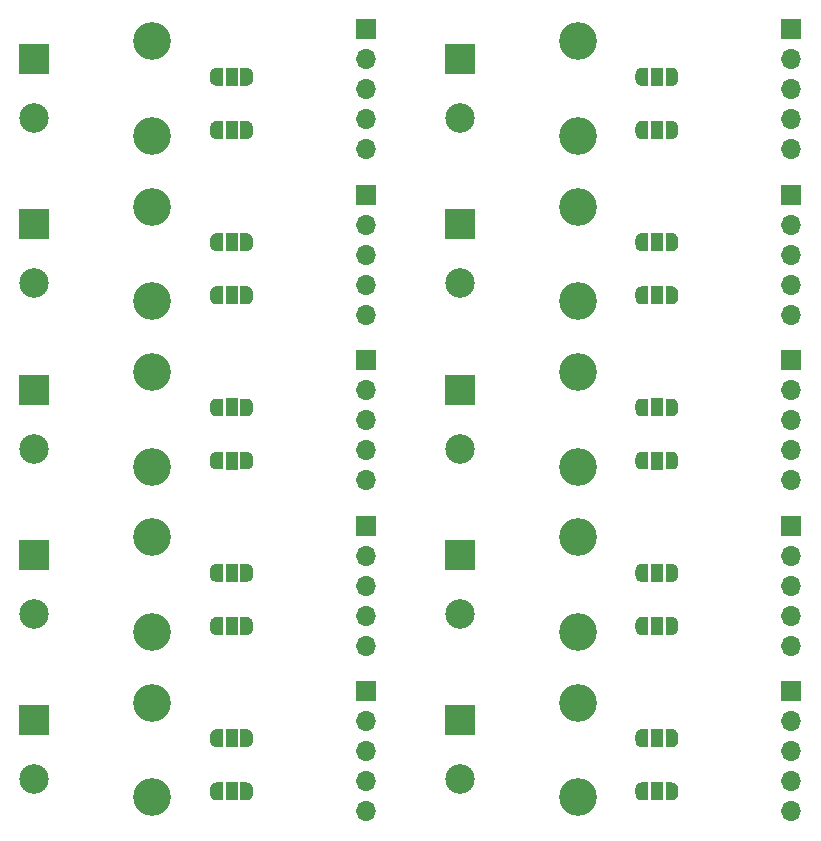
<source format=gbr>
%TF.GenerationSoftware,KiCad,Pcbnew,5.1.10*%
%TF.CreationDate,2021-11-07T07:50:52-05:00*%
%TF.ProjectId,CurrentSenseModule-RevB-10p,43757272-656e-4745-9365-6e73654d6f64,rev?*%
%TF.SameCoordinates,Original*%
%TF.FileFunction,Soldermask,Bot*%
%TF.FilePolarity,Negative*%
%FSLAX46Y46*%
G04 Gerber Fmt 4.6, Leading zero omitted, Abs format (unit mm)*
G04 Created by KiCad (PCBNEW 5.1.10) date 2021-11-07 07:50:52*
%MOMM*%
%LPD*%
G01*
G04 APERTURE LIST*
%ADD10C,3.200000*%
%ADD11C,0.100000*%
%ADD12R,1.000000X1.500000*%
%ADD13C,2.500000*%
%ADD14R,2.500000X2.500000*%
%ADD15O,1.700000X1.700000*%
%ADD16R,1.700000X1.700000*%
G04 APERTURE END LIST*
D10*
%TO.C,REF\u002A\u002A*%
X114750000Y-63250000D03*
%TD*%
%TO.C,REF\u002A\u002A*%
X114750000Y-71250000D03*
%TD*%
D11*
%TO.C,JP2*%
G36*
X122200000Y-70000000D02*
G01*
X122750000Y-70000000D01*
X122750000Y-70000602D01*
X122774534Y-70000602D01*
X122823365Y-70005412D01*
X122871490Y-70014984D01*
X122918445Y-70029228D01*
X122963778Y-70048005D01*
X123007051Y-70071136D01*
X123047850Y-70098396D01*
X123085779Y-70129524D01*
X123120476Y-70164221D01*
X123151604Y-70202150D01*
X123178864Y-70242949D01*
X123201995Y-70286222D01*
X123220772Y-70331555D01*
X123235016Y-70378510D01*
X123244588Y-70426635D01*
X123249398Y-70475466D01*
X123249398Y-70500000D01*
X123250000Y-70500000D01*
X123250000Y-71000000D01*
X123249398Y-71000000D01*
X123249398Y-71024534D01*
X123244588Y-71073365D01*
X123235016Y-71121490D01*
X123220772Y-71168445D01*
X123201995Y-71213778D01*
X123178864Y-71257051D01*
X123151604Y-71297850D01*
X123120476Y-71335779D01*
X123085779Y-71370476D01*
X123047850Y-71401604D01*
X123007051Y-71428864D01*
X122963778Y-71451995D01*
X122918445Y-71470772D01*
X122871490Y-71485016D01*
X122823365Y-71494588D01*
X122774534Y-71499398D01*
X122750000Y-71499398D01*
X122750000Y-71500000D01*
X122200000Y-71500000D01*
X122200000Y-70000000D01*
G37*
D12*
X121450000Y-70750000D03*
D11*
G36*
X120150000Y-71499398D02*
G01*
X120125466Y-71499398D01*
X120076635Y-71494588D01*
X120028510Y-71485016D01*
X119981555Y-71470772D01*
X119936222Y-71451995D01*
X119892949Y-71428864D01*
X119852150Y-71401604D01*
X119814221Y-71370476D01*
X119779524Y-71335779D01*
X119748396Y-71297850D01*
X119721136Y-71257051D01*
X119698005Y-71213778D01*
X119679228Y-71168445D01*
X119664984Y-71121490D01*
X119655412Y-71073365D01*
X119650602Y-71024534D01*
X119650602Y-71000000D01*
X119650000Y-71000000D01*
X119650000Y-70500000D01*
X119650602Y-70500000D01*
X119650602Y-70475466D01*
X119655412Y-70426635D01*
X119664984Y-70378510D01*
X119679228Y-70331555D01*
X119698005Y-70286222D01*
X119721136Y-70242949D01*
X119748396Y-70202150D01*
X119779524Y-70164221D01*
X119814221Y-70129524D01*
X119852150Y-70098396D01*
X119892949Y-70071136D01*
X119936222Y-70048005D01*
X119981555Y-70029228D01*
X120028510Y-70014984D01*
X120076635Y-70005412D01*
X120125466Y-70000602D01*
X120150000Y-70000602D01*
X120150000Y-70000000D01*
X120700000Y-70000000D01*
X120700000Y-71500000D01*
X120150000Y-71500000D01*
X120150000Y-71499398D01*
G37*
%TD*%
%TO.C,JP1*%
G36*
X122200000Y-65500000D02*
G01*
X122750000Y-65500000D01*
X122750000Y-65500602D01*
X122774534Y-65500602D01*
X122823365Y-65505412D01*
X122871490Y-65514984D01*
X122918445Y-65529228D01*
X122963778Y-65548005D01*
X123007051Y-65571136D01*
X123047850Y-65598396D01*
X123085779Y-65629524D01*
X123120476Y-65664221D01*
X123151604Y-65702150D01*
X123178864Y-65742949D01*
X123201995Y-65786222D01*
X123220772Y-65831555D01*
X123235016Y-65878510D01*
X123244588Y-65926635D01*
X123249398Y-65975466D01*
X123249398Y-66000000D01*
X123250000Y-66000000D01*
X123250000Y-66500000D01*
X123249398Y-66500000D01*
X123249398Y-66524534D01*
X123244588Y-66573365D01*
X123235016Y-66621490D01*
X123220772Y-66668445D01*
X123201995Y-66713778D01*
X123178864Y-66757051D01*
X123151604Y-66797850D01*
X123120476Y-66835779D01*
X123085779Y-66870476D01*
X123047850Y-66901604D01*
X123007051Y-66928864D01*
X122963778Y-66951995D01*
X122918445Y-66970772D01*
X122871490Y-66985016D01*
X122823365Y-66994588D01*
X122774534Y-66999398D01*
X122750000Y-66999398D01*
X122750000Y-67000000D01*
X122200000Y-67000000D01*
X122200000Y-65500000D01*
G37*
D12*
X121450000Y-66250000D03*
D11*
G36*
X120150000Y-66999398D02*
G01*
X120125466Y-66999398D01*
X120076635Y-66994588D01*
X120028510Y-66985016D01*
X119981555Y-66970772D01*
X119936222Y-66951995D01*
X119892949Y-66928864D01*
X119852150Y-66901604D01*
X119814221Y-66870476D01*
X119779524Y-66835779D01*
X119748396Y-66797850D01*
X119721136Y-66757051D01*
X119698005Y-66713778D01*
X119679228Y-66668445D01*
X119664984Y-66621490D01*
X119655412Y-66573365D01*
X119650602Y-66524534D01*
X119650602Y-66500000D01*
X119650000Y-66500000D01*
X119650000Y-66000000D01*
X119650602Y-66000000D01*
X119650602Y-65975466D01*
X119655412Y-65926635D01*
X119664984Y-65878510D01*
X119679228Y-65831555D01*
X119698005Y-65786222D01*
X119721136Y-65742949D01*
X119748396Y-65702150D01*
X119779524Y-65664221D01*
X119814221Y-65629524D01*
X119852150Y-65598396D01*
X119892949Y-65571136D01*
X119936222Y-65548005D01*
X119981555Y-65529228D01*
X120028510Y-65514984D01*
X120076635Y-65505412D01*
X120125466Y-65500602D01*
X120150000Y-65500602D01*
X120150000Y-65500000D01*
X120700000Y-65500000D01*
X120700000Y-67000000D01*
X120150000Y-67000000D01*
X120150000Y-66999398D01*
G37*
%TD*%
D13*
%TO.C,J2*%
X104750000Y-69750000D03*
D14*
X104750000Y-64750000D03*
%TD*%
D15*
%TO.C,J1*%
X132850000Y-72410000D03*
X132850000Y-69870000D03*
X132850000Y-67330000D03*
X132850000Y-64790000D03*
D16*
X132850000Y-62250000D03*
%TD*%
D10*
%TO.C,REF\u002A\u002A*%
X114750000Y-77250000D03*
%TD*%
%TO.C,REF\u002A\u002A*%
X114750000Y-85250000D03*
%TD*%
D11*
%TO.C,JP2*%
G36*
X122200000Y-84000000D02*
G01*
X122750000Y-84000000D01*
X122750000Y-84000602D01*
X122774534Y-84000602D01*
X122823365Y-84005412D01*
X122871490Y-84014984D01*
X122918445Y-84029228D01*
X122963778Y-84048005D01*
X123007051Y-84071136D01*
X123047850Y-84098396D01*
X123085779Y-84129524D01*
X123120476Y-84164221D01*
X123151604Y-84202150D01*
X123178864Y-84242949D01*
X123201995Y-84286222D01*
X123220772Y-84331555D01*
X123235016Y-84378510D01*
X123244588Y-84426635D01*
X123249398Y-84475466D01*
X123249398Y-84500000D01*
X123250000Y-84500000D01*
X123250000Y-85000000D01*
X123249398Y-85000000D01*
X123249398Y-85024534D01*
X123244588Y-85073365D01*
X123235016Y-85121490D01*
X123220772Y-85168445D01*
X123201995Y-85213778D01*
X123178864Y-85257051D01*
X123151604Y-85297850D01*
X123120476Y-85335779D01*
X123085779Y-85370476D01*
X123047850Y-85401604D01*
X123007051Y-85428864D01*
X122963778Y-85451995D01*
X122918445Y-85470772D01*
X122871490Y-85485016D01*
X122823365Y-85494588D01*
X122774534Y-85499398D01*
X122750000Y-85499398D01*
X122750000Y-85500000D01*
X122200000Y-85500000D01*
X122200000Y-84000000D01*
G37*
D12*
X121450000Y-84750000D03*
D11*
G36*
X120150000Y-85499398D02*
G01*
X120125466Y-85499398D01*
X120076635Y-85494588D01*
X120028510Y-85485016D01*
X119981555Y-85470772D01*
X119936222Y-85451995D01*
X119892949Y-85428864D01*
X119852150Y-85401604D01*
X119814221Y-85370476D01*
X119779524Y-85335779D01*
X119748396Y-85297850D01*
X119721136Y-85257051D01*
X119698005Y-85213778D01*
X119679228Y-85168445D01*
X119664984Y-85121490D01*
X119655412Y-85073365D01*
X119650602Y-85024534D01*
X119650602Y-85000000D01*
X119650000Y-85000000D01*
X119650000Y-84500000D01*
X119650602Y-84500000D01*
X119650602Y-84475466D01*
X119655412Y-84426635D01*
X119664984Y-84378510D01*
X119679228Y-84331555D01*
X119698005Y-84286222D01*
X119721136Y-84242949D01*
X119748396Y-84202150D01*
X119779524Y-84164221D01*
X119814221Y-84129524D01*
X119852150Y-84098396D01*
X119892949Y-84071136D01*
X119936222Y-84048005D01*
X119981555Y-84029228D01*
X120028510Y-84014984D01*
X120076635Y-84005412D01*
X120125466Y-84000602D01*
X120150000Y-84000602D01*
X120150000Y-84000000D01*
X120700000Y-84000000D01*
X120700000Y-85500000D01*
X120150000Y-85500000D01*
X120150000Y-85499398D01*
G37*
%TD*%
%TO.C,JP1*%
G36*
X122200000Y-79500000D02*
G01*
X122750000Y-79500000D01*
X122750000Y-79500602D01*
X122774534Y-79500602D01*
X122823365Y-79505412D01*
X122871490Y-79514984D01*
X122918445Y-79529228D01*
X122963778Y-79548005D01*
X123007051Y-79571136D01*
X123047850Y-79598396D01*
X123085779Y-79629524D01*
X123120476Y-79664221D01*
X123151604Y-79702150D01*
X123178864Y-79742949D01*
X123201995Y-79786222D01*
X123220772Y-79831555D01*
X123235016Y-79878510D01*
X123244588Y-79926635D01*
X123249398Y-79975466D01*
X123249398Y-80000000D01*
X123250000Y-80000000D01*
X123250000Y-80500000D01*
X123249398Y-80500000D01*
X123249398Y-80524534D01*
X123244588Y-80573365D01*
X123235016Y-80621490D01*
X123220772Y-80668445D01*
X123201995Y-80713778D01*
X123178864Y-80757051D01*
X123151604Y-80797850D01*
X123120476Y-80835779D01*
X123085779Y-80870476D01*
X123047850Y-80901604D01*
X123007051Y-80928864D01*
X122963778Y-80951995D01*
X122918445Y-80970772D01*
X122871490Y-80985016D01*
X122823365Y-80994588D01*
X122774534Y-80999398D01*
X122750000Y-80999398D01*
X122750000Y-81000000D01*
X122200000Y-81000000D01*
X122200000Y-79500000D01*
G37*
D12*
X121450000Y-80250000D03*
D11*
G36*
X120150000Y-80999398D02*
G01*
X120125466Y-80999398D01*
X120076635Y-80994588D01*
X120028510Y-80985016D01*
X119981555Y-80970772D01*
X119936222Y-80951995D01*
X119892949Y-80928864D01*
X119852150Y-80901604D01*
X119814221Y-80870476D01*
X119779524Y-80835779D01*
X119748396Y-80797850D01*
X119721136Y-80757051D01*
X119698005Y-80713778D01*
X119679228Y-80668445D01*
X119664984Y-80621490D01*
X119655412Y-80573365D01*
X119650602Y-80524534D01*
X119650602Y-80500000D01*
X119650000Y-80500000D01*
X119650000Y-80000000D01*
X119650602Y-80000000D01*
X119650602Y-79975466D01*
X119655412Y-79926635D01*
X119664984Y-79878510D01*
X119679228Y-79831555D01*
X119698005Y-79786222D01*
X119721136Y-79742949D01*
X119748396Y-79702150D01*
X119779524Y-79664221D01*
X119814221Y-79629524D01*
X119852150Y-79598396D01*
X119892949Y-79571136D01*
X119936222Y-79548005D01*
X119981555Y-79529228D01*
X120028510Y-79514984D01*
X120076635Y-79505412D01*
X120125466Y-79500602D01*
X120150000Y-79500602D01*
X120150000Y-79500000D01*
X120700000Y-79500000D01*
X120700000Y-81000000D01*
X120150000Y-81000000D01*
X120150000Y-80999398D01*
G37*
%TD*%
D13*
%TO.C,J2*%
X104750000Y-83750000D03*
D14*
X104750000Y-78750000D03*
%TD*%
D15*
%TO.C,J1*%
X132850000Y-86410000D03*
X132850000Y-83870000D03*
X132850000Y-81330000D03*
X132850000Y-78790000D03*
D16*
X132850000Y-76250000D03*
%TD*%
D10*
%TO.C,REF\u002A\u002A*%
X150750000Y-63250000D03*
%TD*%
%TO.C,REF\u002A\u002A*%
X150750000Y-71250000D03*
%TD*%
D11*
%TO.C,JP2*%
G36*
X158200000Y-70000000D02*
G01*
X158750000Y-70000000D01*
X158750000Y-70000602D01*
X158774534Y-70000602D01*
X158823365Y-70005412D01*
X158871490Y-70014984D01*
X158918445Y-70029228D01*
X158963778Y-70048005D01*
X159007051Y-70071136D01*
X159047850Y-70098396D01*
X159085779Y-70129524D01*
X159120476Y-70164221D01*
X159151604Y-70202150D01*
X159178864Y-70242949D01*
X159201995Y-70286222D01*
X159220772Y-70331555D01*
X159235016Y-70378510D01*
X159244588Y-70426635D01*
X159249398Y-70475466D01*
X159249398Y-70500000D01*
X159250000Y-70500000D01*
X159250000Y-71000000D01*
X159249398Y-71000000D01*
X159249398Y-71024534D01*
X159244588Y-71073365D01*
X159235016Y-71121490D01*
X159220772Y-71168445D01*
X159201995Y-71213778D01*
X159178864Y-71257051D01*
X159151604Y-71297850D01*
X159120476Y-71335779D01*
X159085779Y-71370476D01*
X159047850Y-71401604D01*
X159007051Y-71428864D01*
X158963778Y-71451995D01*
X158918445Y-71470772D01*
X158871490Y-71485016D01*
X158823365Y-71494588D01*
X158774534Y-71499398D01*
X158750000Y-71499398D01*
X158750000Y-71500000D01*
X158200000Y-71500000D01*
X158200000Y-70000000D01*
G37*
D12*
X157450000Y-70750000D03*
D11*
G36*
X156150000Y-71499398D02*
G01*
X156125466Y-71499398D01*
X156076635Y-71494588D01*
X156028510Y-71485016D01*
X155981555Y-71470772D01*
X155936222Y-71451995D01*
X155892949Y-71428864D01*
X155852150Y-71401604D01*
X155814221Y-71370476D01*
X155779524Y-71335779D01*
X155748396Y-71297850D01*
X155721136Y-71257051D01*
X155698005Y-71213778D01*
X155679228Y-71168445D01*
X155664984Y-71121490D01*
X155655412Y-71073365D01*
X155650602Y-71024534D01*
X155650602Y-71000000D01*
X155650000Y-71000000D01*
X155650000Y-70500000D01*
X155650602Y-70500000D01*
X155650602Y-70475466D01*
X155655412Y-70426635D01*
X155664984Y-70378510D01*
X155679228Y-70331555D01*
X155698005Y-70286222D01*
X155721136Y-70242949D01*
X155748396Y-70202150D01*
X155779524Y-70164221D01*
X155814221Y-70129524D01*
X155852150Y-70098396D01*
X155892949Y-70071136D01*
X155936222Y-70048005D01*
X155981555Y-70029228D01*
X156028510Y-70014984D01*
X156076635Y-70005412D01*
X156125466Y-70000602D01*
X156150000Y-70000602D01*
X156150000Y-70000000D01*
X156700000Y-70000000D01*
X156700000Y-71500000D01*
X156150000Y-71500000D01*
X156150000Y-71499398D01*
G37*
%TD*%
%TO.C,JP1*%
G36*
X158200000Y-65500000D02*
G01*
X158750000Y-65500000D01*
X158750000Y-65500602D01*
X158774534Y-65500602D01*
X158823365Y-65505412D01*
X158871490Y-65514984D01*
X158918445Y-65529228D01*
X158963778Y-65548005D01*
X159007051Y-65571136D01*
X159047850Y-65598396D01*
X159085779Y-65629524D01*
X159120476Y-65664221D01*
X159151604Y-65702150D01*
X159178864Y-65742949D01*
X159201995Y-65786222D01*
X159220772Y-65831555D01*
X159235016Y-65878510D01*
X159244588Y-65926635D01*
X159249398Y-65975466D01*
X159249398Y-66000000D01*
X159250000Y-66000000D01*
X159250000Y-66500000D01*
X159249398Y-66500000D01*
X159249398Y-66524534D01*
X159244588Y-66573365D01*
X159235016Y-66621490D01*
X159220772Y-66668445D01*
X159201995Y-66713778D01*
X159178864Y-66757051D01*
X159151604Y-66797850D01*
X159120476Y-66835779D01*
X159085779Y-66870476D01*
X159047850Y-66901604D01*
X159007051Y-66928864D01*
X158963778Y-66951995D01*
X158918445Y-66970772D01*
X158871490Y-66985016D01*
X158823365Y-66994588D01*
X158774534Y-66999398D01*
X158750000Y-66999398D01*
X158750000Y-67000000D01*
X158200000Y-67000000D01*
X158200000Y-65500000D01*
G37*
D12*
X157450000Y-66250000D03*
D11*
G36*
X156150000Y-66999398D02*
G01*
X156125466Y-66999398D01*
X156076635Y-66994588D01*
X156028510Y-66985016D01*
X155981555Y-66970772D01*
X155936222Y-66951995D01*
X155892949Y-66928864D01*
X155852150Y-66901604D01*
X155814221Y-66870476D01*
X155779524Y-66835779D01*
X155748396Y-66797850D01*
X155721136Y-66757051D01*
X155698005Y-66713778D01*
X155679228Y-66668445D01*
X155664984Y-66621490D01*
X155655412Y-66573365D01*
X155650602Y-66524534D01*
X155650602Y-66500000D01*
X155650000Y-66500000D01*
X155650000Y-66000000D01*
X155650602Y-66000000D01*
X155650602Y-65975466D01*
X155655412Y-65926635D01*
X155664984Y-65878510D01*
X155679228Y-65831555D01*
X155698005Y-65786222D01*
X155721136Y-65742949D01*
X155748396Y-65702150D01*
X155779524Y-65664221D01*
X155814221Y-65629524D01*
X155852150Y-65598396D01*
X155892949Y-65571136D01*
X155936222Y-65548005D01*
X155981555Y-65529228D01*
X156028510Y-65514984D01*
X156076635Y-65505412D01*
X156125466Y-65500602D01*
X156150000Y-65500602D01*
X156150000Y-65500000D01*
X156700000Y-65500000D01*
X156700000Y-67000000D01*
X156150000Y-67000000D01*
X156150000Y-66999398D01*
G37*
%TD*%
D13*
%TO.C,J2*%
X140750000Y-69750000D03*
D14*
X140750000Y-64750000D03*
%TD*%
D15*
%TO.C,J1*%
X168850000Y-72410000D03*
X168850000Y-69870000D03*
X168850000Y-67330000D03*
X168850000Y-64790000D03*
D16*
X168850000Y-62250000D03*
%TD*%
D10*
%TO.C,REF\u002A\u002A*%
X150750000Y-77250000D03*
%TD*%
%TO.C,REF\u002A\u002A*%
X150750000Y-85250000D03*
%TD*%
D11*
%TO.C,JP2*%
G36*
X158200000Y-84000000D02*
G01*
X158750000Y-84000000D01*
X158750000Y-84000602D01*
X158774534Y-84000602D01*
X158823365Y-84005412D01*
X158871490Y-84014984D01*
X158918445Y-84029228D01*
X158963778Y-84048005D01*
X159007051Y-84071136D01*
X159047850Y-84098396D01*
X159085779Y-84129524D01*
X159120476Y-84164221D01*
X159151604Y-84202150D01*
X159178864Y-84242949D01*
X159201995Y-84286222D01*
X159220772Y-84331555D01*
X159235016Y-84378510D01*
X159244588Y-84426635D01*
X159249398Y-84475466D01*
X159249398Y-84500000D01*
X159250000Y-84500000D01*
X159250000Y-85000000D01*
X159249398Y-85000000D01*
X159249398Y-85024534D01*
X159244588Y-85073365D01*
X159235016Y-85121490D01*
X159220772Y-85168445D01*
X159201995Y-85213778D01*
X159178864Y-85257051D01*
X159151604Y-85297850D01*
X159120476Y-85335779D01*
X159085779Y-85370476D01*
X159047850Y-85401604D01*
X159007051Y-85428864D01*
X158963778Y-85451995D01*
X158918445Y-85470772D01*
X158871490Y-85485016D01*
X158823365Y-85494588D01*
X158774534Y-85499398D01*
X158750000Y-85499398D01*
X158750000Y-85500000D01*
X158200000Y-85500000D01*
X158200000Y-84000000D01*
G37*
D12*
X157450000Y-84750000D03*
D11*
G36*
X156150000Y-85499398D02*
G01*
X156125466Y-85499398D01*
X156076635Y-85494588D01*
X156028510Y-85485016D01*
X155981555Y-85470772D01*
X155936222Y-85451995D01*
X155892949Y-85428864D01*
X155852150Y-85401604D01*
X155814221Y-85370476D01*
X155779524Y-85335779D01*
X155748396Y-85297850D01*
X155721136Y-85257051D01*
X155698005Y-85213778D01*
X155679228Y-85168445D01*
X155664984Y-85121490D01*
X155655412Y-85073365D01*
X155650602Y-85024534D01*
X155650602Y-85000000D01*
X155650000Y-85000000D01*
X155650000Y-84500000D01*
X155650602Y-84500000D01*
X155650602Y-84475466D01*
X155655412Y-84426635D01*
X155664984Y-84378510D01*
X155679228Y-84331555D01*
X155698005Y-84286222D01*
X155721136Y-84242949D01*
X155748396Y-84202150D01*
X155779524Y-84164221D01*
X155814221Y-84129524D01*
X155852150Y-84098396D01*
X155892949Y-84071136D01*
X155936222Y-84048005D01*
X155981555Y-84029228D01*
X156028510Y-84014984D01*
X156076635Y-84005412D01*
X156125466Y-84000602D01*
X156150000Y-84000602D01*
X156150000Y-84000000D01*
X156700000Y-84000000D01*
X156700000Y-85500000D01*
X156150000Y-85500000D01*
X156150000Y-85499398D01*
G37*
%TD*%
%TO.C,JP1*%
G36*
X158200000Y-79500000D02*
G01*
X158750000Y-79500000D01*
X158750000Y-79500602D01*
X158774534Y-79500602D01*
X158823365Y-79505412D01*
X158871490Y-79514984D01*
X158918445Y-79529228D01*
X158963778Y-79548005D01*
X159007051Y-79571136D01*
X159047850Y-79598396D01*
X159085779Y-79629524D01*
X159120476Y-79664221D01*
X159151604Y-79702150D01*
X159178864Y-79742949D01*
X159201995Y-79786222D01*
X159220772Y-79831555D01*
X159235016Y-79878510D01*
X159244588Y-79926635D01*
X159249398Y-79975466D01*
X159249398Y-80000000D01*
X159250000Y-80000000D01*
X159250000Y-80500000D01*
X159249398Y-80500000D01*
X159249398Y-80524534D01*
X159244588Y-80573365D01*
X159235016Y-80621490D01*
X159220772Y-80668445D01*
X159201995Y-80713778D01*
X159178864Y-80757051D01*
X159151604Y-80797850D01*
X159120476Y-80835779D01*
X159085779Y-80870476D01*
X159047850Y-80901604D01*
X159007051Y-80928864D01*
X158963778Y-80951995D01*
X158918445Y-80970772D01*
X158871490Y-80985016D01*
X158823365Y-80994588D01*
X158774534Y-80999398D01*
X158750000Y-80999398D01*
X158750000Y-81000000D01*
X158200000Y-81000000D01*
X158200000Y-79500000D01*
G37*
D12*
X157450000Y-80250000D03*
D11*
G36*
X156150000Y-80999398D02*
G01*
X156125466Y-80999398D01*
X156076635Y-80994588D01*
X156028510Y-80985016D01*
X155981555Y-80970772D01*
X155936222Y-80951995D01*
X155892949Y-80928864D01*
X155852150Y-80901604D01*
X155814221Y-80870476D01*
X155779524Y-80835779D01*
X155748396Y-80797850D01*
X155721136Y-80757051D01*
X155698005Y-80713778D01*
X155679228Y-80668445D01*
X155664984Y-80621490D01*
X155655412Y-80573365D01*
X155650602Y-80524534D01*
X155650602Y-80500000D01*
X155650000Y-80500000D01*
X155650000Y-80000000D01*
X155650602Y-80000000D01*
X155650602Y-79975466D01*
X155655412Y-79926635D01*
X155664984Y-79878510D01*
X155679228Y-79831555D01*
X155698005Y-79786222D01*
X155721136Y-79742949D01*
X155748396Y-79702150D01*
X155779524Y-79664221D01*
X155814221Y-79629524D01*
X155852150Y-79598396D01*
X155892949Y-79571136D01*
X155936222Y-79548005D01*
X155981555Y-79529228D01*
X156028510Y-79514984D01*
X156076635Y-79505412D01*
X156125466Y-79500602D01*
X156150000Y-79500602D01*
X156150000Y-79500000D01*
X156700000Y-79500000D01*
X156700000Y-81000000D01*
X156150000Y-81000000D01*
X156150000Y-80999398D01*
G37*
%TD*%
D13*
%TO.C,J2*%
X140750000Y-83750000D03*
D14*
X140750000Y-78750000D03*
%TD*%
D15*
%TO.C,J1*%
X168850000Y-86410000D03*
X168850000Y-83870000D03*
X168850000Y-81330000D03*
X168850000Y-78790000D03*
D16*
X168850000Y-76250000D03*
%TD*%
D10*
%TO.C,REF\u002A\u002A*%
X114750000Y-91250000D03*
%TD*%
%TO.C,REF\u002A\u002A*%
X114750000Y-99250000D03*
%TD*%
D11*
%TO.C,JP2*%
G36*
X122200000Y-98000000D02*
G01*
X122750000Y-98000000D01*
X122750000Y-98000602D01*
X122774534Y-98000602D01*
X122823365Y-98005412D01*
X122871490Y-98014984D01*
X122918445Y-98029228D01*
X122963778Y-98048005D01*
X123007051Y-98071136D01*
X123047850Y-98098396D01*
X123085779Y-98129524D01*
X123120476Y-98164221D01*
X123151604Y-98202150D01*
X123178864Y-98242949D01*
X123201995Y-98286222D01*
X123220772Y-98331555D01*
X123235016Y-98378510D01*
X123244588Y-98426635D01*
X123249398Y-98475466D01*
X123249398Y-98500000D01*
X123250000Y-98500000D01*
X123250000Y-99000000D01*
X123249398Y-99000000D01*
X123249398Y-99024534D01*
X123244588Y-99073365D01*
X123235016Y-99121490D01*
X123220772Y-99168445D01*
X123201995Y-99213778D01*
X123178864Y-99257051D01*
X123151604Y-99297850D01*
X123120476Y-99335779D01*
X123085779Y-99370476D01*
X123047850Y-99401604D01*
X123007051Y-99428864D01*
X122963778Y-99451995D01*
X122918445Y-99470772D01*
X122871490Y-99485016D01*
X122823365Y-99494588D01*
X122774534Y-99499398D01*
X122750000Y-99499398D01*
X122750000Y-99500000D01*
X122200000Y-99500000D01*
X122200000Y-98000000D01*
G37*
D12*
X121450000Y-98750000D03*
D11*
G36*
X120150000Y-99499398D02*
G01*
X120125466Y-99499398D01*
X120076635Y-99494588D01*
X120028510Y-99485016D01*
X119981555Y-99470772D01*
X119936222Y-99451995D01*
X119892949Y-99428864D01*
X119852150Y-99401604D01*
X119814221Y-99370476D01*
X119779524Y-99335779D01*
X119748396Y-99297850D01*
X119721136Y-99257051D01*
X119698005Y-99213778D01*
X119679228Y-99168445D01*
X119664984Y-99121490D01*
X119655412Y-99073365D01*
X119650602Y-99024534D01*
X119650602Y-99000000D01*
X119650000Y-99000000D01*
X119650000Y-98500000D01*
X119650602Y-98500000D01*
X119650602Y-98475466D01*
X119655412Y-98426635D01*
X119664984Y-98378510D01*
X119679228Y-98331555D01*
X119698005Y-98286222D01*
X119721136Y-98242949D01*
X119748396Y-98202150D01*
X119779524Y-98164221D01*
X119814221Y-98129524D01*
X119852150Y-98098396D01*
X119892949Y-98071136D01*
X119936222Y-98048005D01*
X119981555Y-98029228D01*
X120028510Y-98014984D01*
X120076635Y-98005412D01*
X120125466Y-98000602D01*
X120150000Y-98000602D01*
X120150000Y-98000000D01*
X120700000Y-98000000D01*
X120700000Y-99500000D01*
X120150000Y-99500000D01*
X120150000Y-99499398D01*
G37*
%TD*%
%TO.C,JP1*%
G36*
X122200000Y-93500000D02*
G01*
X122750000Y-93500000D01*
X122750000Y-93500602D01*
X122774534Y-93500602D01*
X122823365Y-93505412D01*
X122871490Y-93514984D01*
X122918445Y-93529228D01*
X122963778Y-93548005D01*
X123007051Y-93571136D01*
X123047850Y-93598396D01*
X123085779Y-93629524D01*
X123120476Y-93664221D01*
X123151604Y-93702150D01*
X123178864Y-93742949D01*
X123201995Y-93786222D01*
X123220772Y-93831555D01*
X123235016Y-93878510D01*
X123244588Y-93926635D01*
X123249398Y-93975466D01*
X123249398Y-94000000D01*
X123250000Y-94000000D01*
X123250000Y-94500000D01*
X123249398Y-94500000D01*
X123249398Y-94524534D01*
X123244588Y-94573365D01*
X123235016Y-94621490D01*
X123220772Y-94668445D01*
X123201995Y-94713778D01*
X123178864Y-94757051D01*
X123151604Y-94797850D01*
X123120476Y-94835779D01*
X123085779Y-94870476D01*
X123047850Y-94901604D01*
X123007051Y-94928864D01*
X122963778Y-94951995D01*
X122918445Y-94970772D01*
X122871490Y-94985016D01*
X122823365Y-94994588D01*
X122774534Y-94999398D01*
X122750000Y-94999398D01*
X122750000Y-95000000D01*
X122200000Y-95000000D01*
X122200000Y-93500000D01*
G37*
D12*
X121450000Y-94250000D03*
D11*
G36*
X120150000Y-94999398D02*
G01*
X120125466Y-94999398D01*
X120076635Y-94994588D01*
X120028510Y-94985016D01*
X119981555Y-94970772D01*
X119936222Y-94951995D01*
X119892949Y-94928864D01*
X119852150Y-94901604D01*
X119814221Y-94870476D01*
X119779524Y-94835779D01*
X119748396Y-94797850D01*
X119721136Y-94757051D01*
X119698005Y-94713778D01*
X119679228Y-94668445D01*
X119664984Y-94621490D01*
X119655412Y-94573365D01*
X119650602Y-94524534D01*
X119650602Y-94500000D01*
X119650000Y-94500000D01*
X119650000Y-94000000D01*
X119650602Y-94000000D01*
X119650602Y-93975466D01*
X119655412Y-93926635D01*
X119664984Y-93878510D01*
X119679228Y-93831555D01*
X119698005Y-93786222D01*
X119721136Y-93742949D01*
X119748396Y-93702150D01*
X119779524Y-93664221D01*
X119814221Y-93629524D01*
X119852150Y-93598396D01*
X119892949Y-93571136D01*
X119936222Y-93548005D01*
X119981555Y-93529228D01*
X120028510Y-93514984D01*
X120076635Y-93505412D01*
X120125466Y-93500602D01*
X120150000Y-93500602D01*
X120150000Y-93500000D01*
X120700000Y-93500000D01*
X120700000Y-95000000D01*
X120150000Y-95000000D01*
X120150000Y-94999398D01*
G37*
%TD*%
D13*
%TO.C,J2*%
X104750000Y-97750000D03*
D14*
X104750000Y-92750000D03*
%TD*%
D15*
%TO.C,J1*%
X132850000Y-100410000D03*
X132850000Y-97870000D03*
X132850000Y-95330000D03*
X132850000Y-92790000D03*
D16*
X132850000Y-90250000D03*
%TD*%
D10*
%TO.C,REF\u002A\u002A*%
X150750000Y-91250000D03*
%TD*%
%TO.C,REF\u002A\u002A*%
X150750000Y-99250000D03*
%TD*%
D11*
%TO.C,JP2*%
G36*
X158200000Y-98000000D02*
G01*
X158750000Y-98000000D01*
X158750000Y-98000602D01*
X158774534Y-98000602D01*
X158823365Y-98005412D01*
X158871490Y-98014984D01*
X158918445Y-98029228D01*
X158963778Y-98048005D01*
X159007051Y-98071136D01*
X159047850Y-98098396D01*
X159085779Y-98129524D01*
X159120476Y-98164221D01*
X159151604Y-98202150D01*
X159178864Y-98242949D01*
X159201995Y-98286222D01*
X159220772Y-98331555D01*
X159235016Y-98378510D01*
X159244588Y-98426635D01*
X159249398Y-98475466D01*
X159249398Y-98500000D01*
X159250000Y-98500000D01*
X159250000Y-99000000D01*
X159249398Y-99000000D01*
X159249398Y-99024534D01*
X159244588Y-99073365D01*
X159235016Y-99121490D01*
X159220772Y-99168445D01*
X159201995Y-99213778D01*
X159178864Y-99257051D01*
X159151604Y-99297850D01*
X159120476Y-99335779D01*
X159085779Y-99370476D01*
X159047850Y-99401604D01*
X159007051Y-99428864D01*
X158963778Y-99451995D01*
X158918445Y-99470772D01*
X158871490Y-99485016D01*
X158823365Y-99494588D01*
X158774534Y-99499398D01*
X158750000Y-99499398D01*
X158750000Y-99500000D01*
X158200000Y-99500000D01*
X158200000Y-98000000D01*
G37*
D12*
X157450000Y-98750000D03*
D11*
G36*
X156150000Y-99499398D02*
G01*
X156125466Y-99499398D01*
X156076635Y-99494588D01*
X156028510Y-99485016D01*
X155981555Y-99470772D01*
X155936222Y-99451995D01*
X155892949Y-99428864D01*
X155852150Y-99401604D01*
X155814221Y-99370476D01*
X155779524Y-99335779D01*
X155748396Y-99297850D01*
X155721136Y-99257051D01*
X155698005Y-99213778D01*
X155679228Y-99168445D01*
X155664984Y-99121490D01*
X155655412Y-99073365D01*
X155650602Y-99024534D01*
X155650602Y-99000000D01*
X155650000Y-99000000D01*
X155650000Y-98500000D01*
X155650602Y-98500000D01*
X155650602Y-98475466D01*
X155655412Y-98426635D01*
X155664984Y-98378510D01*
X155679228Y-98331555D01*
X155698005Y-98286222D01*
X155721136Y-98242949D01*
X155748396Y-98202150D01*
X155779524Y-98164221D01*
X155814221Y-98129524D01*
X155852150Y-98098396D01*
X155892949Y-98071136D01*
X155936222Y-98048005D01*
X155981555Y-98029228D01*
X156028510Y-98014984D01*
X156076635Y-98005412D01*
X156125466Y-98000602D01*
X156150000Y-98000602D01*
X156150000Y-98000000D01*
X156700000Y-98000000D01*
X156700000Y-99500000D01*
X156150000Y-99500000D01*
X156150000Y-99499398D01*
G37*
%TD*%
%TO.C,JP1*%
G36*
X158200000Y-93500000D02*
G01*
X158750000Y-93500000D01*
X158750000Y-93500602D01*
X158774534Y-93500602D01*
X158823365Y-93505412D01*
X158871490Y-93514984D01*
X158918445Y-93529228D01*
X158963778Y-93548005D01*
X159007051Y-93571136D01*
X159047850Y-93598396D01*
X159085779Y-93629524D01*
X159120476Y-93664221D01*
X159151604Y-93702150D01*
X159178864Y-93742949D01*
X159201995Y-93786222D01*
X159220772Y-93831555D01*
X159235016Y-93878510D01*
X159244588Y-93926635D01*
X159249398Y-93975466D01*
X159249398Y-94000000D01*
X159250000Y-94000000D01*
X159250000Y-94500000D01*
X159249398Y-94500000D01*
X159249398Y-94524534D01*
X159244588Y-94573365D01*
X159235016Y-94621490D01*
X159220772Y-94668445D01*
X159201995Y-94713778D01*
X159178864Y-94757051D01*
X159151604Y-94797850D01*
X159120476Y-94835779D01*
X159085779Y-94870476D01*
X159047850Y-94901604D01*
X159007051Y-94928864D01*
X158963778Y-94951995D01*
X158918445Y-94970772D01*
X158871490Y-94985016D01*
X158823365Y-94994588D01*
X158774534Y-94999398D01*
X158750000Y-94999398D01*
X158750000Y-95000000D01*
X158200000Y-95000000D01*
X158200000Y-93500000D01*
G37*
D12*
X157450000Y-94250000D03*
D11*
G36*
X156150000Y-94999398D02*
G01*
X156125466Y-94999398D01*
X156076635Y-94994588D01*
X156028510Y-94985016D01*
X155981555Y-94970772D01*
X155936222Y-94951995D01*
X155892949Y-94928864D01*
X155852150Y-94901604D01*
X155814221Y-94870476D01*
X155779524Y-94835779D01*
X155748396Y-94797850D01*
X155721136Y-94757051D01*
X155698005Y-94713778D01*
X155679228Y-94668445D01*
X155664984Y-94621490D01*
X155655412Y-94573365D01*
X155650602Y-94524534D01*
X155650602Y-94500000D01*
X155650000Y-94500000D01*
X155650000Y-94000000D01*
X155650602Y-94000000D01*
X155650602Y-93975466D01*
X155655412Y-93926635D01*
X155664984Y-93878510D01*
X155679228Y-93831555D01*
X155698005Y-93786222D01*
X155721136Y-93742949D01*
X155748396Y-93702150D01*
X155779524Y-93664221D01*
X155814221Y-93629524D01*
X155852150Y-93598396D01*
X155892949Y-93571136D01*
X155936222Y-93548005D01*
X155981555Y-93529228D01*
X156028510Y-93514984D01*
X156076635Y-93505412D01*
X156125466Y-93500602D01*
X156150000Y-93500602D01*
X156150000Y-93500000D01*
X156700000Y-93500000D01*
X156700000Y-95000000D01*
X156150000Y-95000000D01*
X156150000Y-94999398D01*
G37*
%TD*%
D13*
%TO.C,J2*%
X140750000Y-97750000D03*
D14*
X140750000Y-92750000D03*
%TD*%
D15*
%TO.C,J1*%
X168850000Y-100410000D03*
X168850000Y-97870000D03*
X168850000Y-95330000D03*
X168850000Y-92790000D03*
D16*
X168850000Y-90250000D03*
%TD*%
D10*
%TO.C,REF\u002A\u002A*%
X114750000Y-105250000D03*
%TD*%
%TO.C,REF\u002A\u002A*%
X114750000Y-113250000D03*
%TD*%
D11*
%TO.C,JP2*%
G36*
X122200000Y-112000000D02*
G01*
X122750000Y-112000000D01*
X122750000Y-112000602D01*
X122774534Y-112000602D01*
X122823365Y-112005412D01*
X122871490Y-112014984D01*
X122918445Y-112029228D01*
X122963778Y-112048005D01*
X123007051Y-112071136D01*
X123047850Y-112098396D01*
X123085779Y-112129524D01*
X123120476Y-112164221D01*
X123151604Y-112202150D01*
X123178864Y-112242949D01*
X123201995Y-112286222D01*
X123220772Y-112331555D01*
X123235016Y-112378510D01*
X123244588Y-112426635D01*
X123249398Y-112475466D01*
X123249398Y-112500000D01*
X123250000Y-112500000D01*
X123250000Y-113000000D01*
X123249398Y-113000000D01*
X123249398Y-113024534D01*
X123244588Y-113073365D01*
X123235016Y-113121490D01*
X123220772Y-113168445D01*
X123201995Y-113213778D01*
X123178864Y-113257051D01*
X123151604Y-113297850D01*
X123120476Y-113335779D01*
X123085779Y-113370476D01*
X123047850Y-113401604D01*
X123007051Y-113428864D01*
X122963778Y-113451995D01*
X122918445Y-113470772D01*
X122871490Y-113485016D01*
X122823365Y-113494588D01*
X122774534Y-113499398D01*
X122750000Y-113499398D01*
X122750000Y-113500000D01*
X122200000Y-113500000D01*
X122200000Y-112000000D01*
G37*
D12*
X121450000Y-112750000D03*
D11*
G36*
X120150000Y-113499398D02*
G01*
X120125466Y-113499398D01*
X120076635Y-113494588D01*
X120028510Y-113485016D01*
X119981555Y-113470772D01*
X119936222Y-113451995D01*
X119892949Y-113428864D01*
X119852150Y-113401604D01*
X119814221Y-113370476D01*
X119779524Y-113335779D01*
X119748396Y-113297850D01*
X119721136Y-113257051D01*
X119698005Y-113213778D01*
X119679228Y-113168445D01*
X119664984Y-113121490D01*
X119655412Y-113073365D01*
X119650602Y-113024534D01*
X119650602Y-113000000D01*
X119650000Y-113000000D01*
X119650000Y-112500000D01*
X119650602Y-112500000D01*
X119650602Y-112475466D01*
X119655412Y-112426635D01*
X119664984Y-112378510D01*
X119679228Y-112331555D01*
X119698005Y-112286222D01*
X119721136Y-112242949D01*
X119748396Y-112202150D01*
X119779524Y-112164221D01*
X119814221Y-112129524D01*
X119852150Y-112098396D01*
X119892949Y-112071136D01*
X119936222Y-112048005D01*
X119981555Y-112029228D01*
X120028510Y-112014984D01*
X120076635Y-112005412D01*
X120125466Y-112000602D01*
X120150000Y-112000602D01*
X120150000Y-112000000D01*
X120700000Y-112000000D01*
X120700000Y-113500000D01*
X120150000Y-113500000D01*
X120150000Y-113499398D01*
G37*
%TD*%
%TO.C,JP1*%
G36*
X122200000Y-107500000D02*
G01*
X122750000Y-107500000D01*
X122750000Y-107500602D01*
X122774534Y-107500602D01*
X122823365Y-107505412D01*
X122871490Y-107514984D01*
X122918445Y-107529228D01*
X122963778Y-107548005D01*
X123007051Y-107571136D01*
X123047850Y-107598396D01*
X123085779Y-107629524D01*
X123120476Y-107664221D01*
X123151604Y-107702150D01*
X123178864Y-107742949D01*
X123201995Y-107786222D01*
X123220772Y-107831555D01*
X123235016Y-107878510D01*
X123244588Y-107926635D01*
X123249398Y-107975466D01*
X123249398Y-108000000D01*
X123250000Y-108000000D01*
X123250000Y-108500000D01*
X123249398Y-108500000D01*
X123249398Y-108524534D01*
X123244588Y-108573365D01*
X123235016Y-108621490D01*
X123220772Y-108668445D01*
X123201995Y-108713778D01*
X123178864Y-108757051D01*
X123151604Y-108797850D01*
X123120476Y-108835779D01*
X123085779Y-108870476D01*
X123047850Y-108901604D01*
X123007051Y-108928864D01*
X122963778Y-108951995D01*
X122918445Y-108970772D01*
X122871490Y-108985016D01*
X122823365Y-108994588D01*
X122774534Y-108999398D01*
X122750000Y-108999398D01*
X122750000Y-109000000D01*
X122200000Y-109000000D01*
X122200000Y-107500000D01*
G37*
D12*
X121450000Y-108250000D03*
D11*
G36*
X120150000Y-108999398D02*
G01*
X120125466Y-108999398D01*
X120076635Y-108994588D01*
X120028510Y-108985016D01*
X119981555Y-108970772D01*
X119936222Y-108951995D01*
X119892949Y-108928864D01*
X119852150Y-108901604D01*
X119814221Y-108870476D01*
X119779524Y-108835779D01*
X119748396Y-108797850D01*
X119721136Y-108757051D01*
X119698005Y-108713778D01*
X119679228Y-108668445D01*
X119664984Y-108621490D01*
X119655412Y-108573365D01*
X119650602Y-108524534D01*
X119650602Y-108500000D01*
X119650000Y-108500000D01*
X119650000Y-108000000D01*
X119650602Y-108000000D01*
X119650602Y-107975466D01*
X119655412Y-107926635D01*
X119664984Y-107878510D01*
X119679228Y-107831555D01*
X119698005Y-107786222D01*
X119721136Y-107742949D01*
X119748396Y-107702150D01*
X119779524Y-107664221D01*
X119814221Y-107629524D01*
X119852150Y-107598396D01*
X119892949Y-107571136D01*
X119936222Y-107548005D01*
X119981555Y-107529228D01*
X120028510Y-107514984D01*
X120076635Y-107505412D01*
X120125466Y-107500602D01*
X120150000Y-107500602D01*
X120150000Y-107500000D01*
X120700000Y-107500000D01*
X120700000Y-109000000D01*
X120150000Y-109000000D01*
X120150000Y-108999398D01*
G37*
%TD*%
D13*
%TO.C,J2*%
X104750000Y-111750000D03*
D14*
X104750000Y-106750000D03*
%TD*%
D15*
%TO.C,J1*%
X132850000Y-114410000D03*
X132850000Y-111870000D03*
X132850000Y-109330000D03*
X132850000Y-106790000D03*
D16*
X132850000Y-104250000D03*
%TD*%
D10*
%TO.C,REF\u002A\u002A*%
X150750000Y-105250000D03*
%TD*%
%TO.C,REF\u002A\u002A*%
X150750000Y-113250000D03*
%TD*%
D11*
%TO.C,JP2*%
G36*
X158200000Y-112000000D02*
G01*
X158750000Y-112000000D01*
X158750000Y-112000602D01*
X158774534Y-112000602D01*
X158823365Y-112005412D01*
X158871490Y-112014984D01*
X158918445Y-112029228D01*
X158963778Y-112048005D01*
X159007051Y-112071136D01*
X159047850Y-112098396D01*
X159085779Y-112129524D01*
X159120476Y-112164221D01*
X159151604Y-112202150D01*
X159178864Y-112242949D01*
X159201995Y-112286222D01*
X159220772Y-112331555D01*
X159235016Y-112378510D01*
X159244588Y-112426635D01*
X159249398Y-112475466D01*
X159249398Y-112500000D01*
X159250000Y-112500000D01*
X159250000Y-113000000D01*
X159249398Y-113000000D01*
X159249398Y-113024534D01*
X159244588Y-113073365D01*
X159235016Y-113121490D01*
X159220772Y-113168445D01*
X159201995Y-113213778D01*
X159178864Y-113257051D01*
X159151604Y-113297850D01*
X159120476Y-113335779D01*
X159085779Y-113370476D01*
X159047850Y-113401604D01*
X159007051Y-113428864D01*
X158963778Y-113451995D01*
X158918445Y-113470772D01*
X158871490Y-113485016D01*
X158823365Y-113494588D01*
X158774534Y-113499398D01*
X158750000Y-113499398D01*
X158750000Y-113500000D01*
X158200000Y-113500000D01*
X158200000Y-112000000D01*
G37*
D12*
X157450000Y-112750000D03*
D11*
G36*
X156150000Y-113499398D02*
G01*
X156125466Y-113499398D01*
X156076635Y-113494588D01*
X156028510Y-113485016D01*
X155981555Y-113470772D01*
X155936222Y-113451995D01*
X155892949Y-113428864D01*
X155852150Y-113401604D01*
X155814221Y-113370476D01*
X155779524Y-113335779D01*
X155748396Y-113297850D01*
X155721136Y-113257051D01*
X155698005Y-113213778D01*
X155679228Y-113168445D01*
X155664984Y-113121490D01*
X155655412Y-113073365D01*
X155650602Y-113024534D01*
X155650602Y-113000000D01*
X155650000Y-113000000D01*
X155650000Y-112500000D01*
X155650602Y-112500000D01*
X155650602Y-112475466D01*
X155655412Y-112426635D01*
X155664984Y-112378510D01*
X155679228Y-112331555D01*
X155698005Y-112286222D01*
X155721136Y-112242949D01*
X155748396Y-112202150D01*
X155779524Y-112164221D01*
X155814221Y-112129524D01*
X155852150Y-112098396D01*
X155892949Y-112071136D01*
X155936222Y-112048005D01*
X155981555Y-112029228D01*
X156028510Y-112014984D01*
X156076635Y-112005412D01*
X156125466Y-112000602D01*
X156150000Y-112000602D01*
X156150000Y-112000000D01*
X156700000Y-112000000D01*
X156700000Y-113500000D01*
X156150000Y-113500000D01*
X156150000Y-113499398D01*
G37*
%TD*%
%TO.C,JP1*%
G36*
X158200000Y-107500000D02*
G01*
X158750000Y-107500000D01*
X158750000Y-107500602D01*
X158774534Y-107500602D01*
X158823365Y-107505412D01*
X158871490Y-107514984D01*
X158918445Y-107529228D01*
X158963778Y-107548005D01*
X159007051Y-107571136D01*
X159047850Y-107598396D01*
X159085779Y-107629524D01*
X159120476Y-107664221D01*
X159151604Y-107702150D01*
X159178864Y-107742949D01*
X159201995Y-107786222D01*
X159220772Y-107831555D01*
X159235016Y-107878510D01*
X159244588Y-107926635D01*
X159249398Y-107975466D01*
X159249398Y-108000000D01*
X159250000Y-108000000D01*
X159250000Y-108500000D01*
X159249398Y-108500000D01*
X159249398Y-108524534D01*
X159244588Y-108573365D01*
X159235016Y-108621490D01*
X159220772Y-108668445D01*
X159201995Y-108713778D01*
X159178864Y-108757051D01*
X159151604Y-108797850D01*
X159120476Y-108835779D01*
X159085779Y-108870476D01*
X159047850Y-108901604D01*
X159007051Y-108928864D01*
X158963778Y-108951995D01*
X158918445Y-108970772D01*
X158871490Y-108985016D01*
X158823365Y-108994588D01*
X158774534Y-108999398D01*
X158750000Y-108999398D01*
X158750000Y-109000000D01*
X158200000Y-109000000D01*
X158200000Y-107500000D01*
G37*
D12*
X157450000Y-108250000D03*
D11*
G36*
X156150000Y-108999398D02*
G01*
X156125466Y-108999398D01*
X156076635Y-108994588D01*
X156028510Y-108985016D01*
X155981555Y-108970772D01*
X155936222Y-108951995D01*
X155892949Y-108928864D01*
X155852150Y-108901604D01*
X155814221Y-108870476D01*
X155779524Y-108835779D01*
X155748396Y-108797850D01*
X155721136Y-108757051D01*
X155698005Y-108713778D01*
X155679228Y-108668445D01*
X155664984Y-108621490D01*
X155655412Y-108573365D01*
X155650602Y-108524534D01*
X155650602Y-108500000D01*
X155650000Y-108500000D01*
X155650000Y-108000000D01*
X155650602Y-108000000D01*
X155650602Y-107975466D01*
X155655412Y-107926635D01*
X155664984Y-107878510D01*
X155679228Y-107831555D01*
X155698005Y-107786222D01*
X155721136Y-107742949D01*
X155748396Y-107702150D01*
X155779524Y-107664221D01*
X155814221Y-107629524D01*
X155852150Y-107598396D01*
X155892949Y-107571136D01*
X155936222Y-107548005D01*
X155981555Y-107529228D01*
X156028510Y-107514984D01*
X156076635Y-107505412D01*
X156125466Y-107500602D01*
X156150000Y-107500602D01*
X156150000Y-107500000D01*
X156700000Y-107500000D01*
X156700000Y-109000000D01*
X156150000Y-109000000D01*
X156150000Y-108999398D01*
G37*
%TD*%
D13*
%TO.C,J2*%
X140750000Y-111750000D03*
D14*
X140750000Y-106750000D03*
%TD*%
D15*
%TO.C,J1*%
X168850000Y-114410000D03*
X168850000Y-111870000D03*
X168850000Y-109330000D03*
X168850000Y-106790000D03*
D16*
X168850000Y-104250000D03*
%TD*%
D10*
%TO.C,REF\u002A\u002A*%
X114750000Y-119250000D03*
%TD*%
%TO.C,REF\u002A\u002A*%
X114750000Y-127250000D03*
%TD*%
D11*
%TO.C,JP2*%
G36*
X122200000Y-126000000D02*
G01*
X122750000Y-126000000D01*
X122750000Y-126000602D01*
X122774534Y-126000602D01*
X122823365Y-126005412D01*
X122871490Y-126014984D01*
X122918445Y-126029228D01*
X122963778Y-126048005D01*
X123007051Y-126071136D01*
X123047850Y-126098396D01*
X123085779Y-126129524D01*
X123120476Y-126164221D01*
X123151604Y-126202150D01*
X123178864Y-126242949D01*
X123201995Y-126286222D01*
X123220772Y-126331555D01*
X123235016Y-126378510D01*
X123244588Y-126426635D01*
X123249398Y-126475466D01*
X123249398Y-126500000D01*
X123250000Y-126500000D01*
X123250000Y-127000000D01*
X123249398Y-127000000D01*
X123249398Y-127024534D01*
X123244588Y-127073365D01*
X123235016Y-127121490D01*
X123220772Y-127168445D01*
X123201995Y-127213778D01*
X123178864Y-127257051D01*
X123151604Y-127297850D01*
X123120476Y-127335779D01*
X123085779Y-127370476D01*
X123047850Y-127401604D01*
X123007051Y-127428864D01*
X122963778Y-127451995D01*
X122918445Y-127470772D01*
X122871490Y-127485016D01*
X122823365Y-127494588D01*
X122774534Y-127499398D01*
X122750000Y-127499398D01*
X122750000Y-127500000D01*
X122200000Y-127500000D01*
X122200000Y-126000000D01*
G37*
D12*
X121450000Y-126750000D03*
D11*
G36*
X120150000Y-127499398D02*
G01*
X120125466Y-127499398D01*
X120076635Y-127494588D01*
X120028510Y-127485016D01*
X119981555Y-127470772D01*
X119936222Y-127451995D01*
X119892949Y-127428864D01*
X119852150Y-127401604D01*
X119814221Y-127370476D01*
X119779524Y-127335779D01*
X119748396Y-127297850D01*
X119721136Y-127257051D01*
X119698005Y-127213778D01*
X119679228Y-127168445D01*
X119664984Y-127121490D01*
X119655412Y-127073365D01*
X119650602Y-127024534D01*
X119650602Y-127000000D01*
X119650000Y-127000000D01*
X119650000Y-126500000D01*
X119650602Y-126500000D01*
X119650602Y-126475466D01*
X119655412Y-126426635D01*
X119664984Y-126378510D01*
X119679228Y-126331555D01*
X119698005Y-126286222D01*
X119721136Y-126242949D01*
X119748396Y-126202150D01*
X119779524Y-126164221D01*
X119814221Y-126129524D01*
X119852150Y-126098396D01*
X119892949Y-126071136D01*
X119936222Y-126048005D01*
X119981555Y-126029228D01*
X120028510Y-126014984D01*
X120076635Y-126005412D01*
X120125466Y-126000602D01*
X120150000Y-126000602D01*
X120150000Y-126000000D01*
X120700000Y-126000000D01*
X120700000Y-127500000D01*
X120150000Y-127500000D01*
X120150000Y-127499398D01*
G37*
%TD*%
%TO.C,JP1*%
G36*
X122200000Y-121500000D02*
G01*
X122750000Y-121500000D01*
X122750000Y-121500602D01*
X122774534Y-121500602D01*
X122823365Y-121505412D01*
X122871490Y-121514984D01*
X122918445Y-121529228D01*
X122963778Y-121548005D01*
X123007051Y-121571136D01*
X123047850Y-121598396D01*
X123085779Y-121629524D01*
X123120476Y-121664221D01*
X123151604Y-121702150D01*
X123178864Y-121742949D01*
X123201995Y-121786222D01*
X123220772Y-121831555D01*
X123235016Y-121878510D01*
X123244588Y-121926635D01*
X123249398Y-121975466D01*
X123249398Y-122000000D01*
X123250000Y-122000000D01*
X123250000Y-122500000D01*
X123249398Y-122500000D01*
X123249398Y-122524534D01*
X123244588Y-122573365D01*
X123235016Y-122621490D01*
X123220772Y-122668445D01*
X123201995Y-122713778D01*
X123178864Y-122757051D01*
X123151604Y-122797850D01*
X123120476Y-122835779D01*
X123085779Y-122870476D01*
X123047850Y-122901604D01*
X123007051Y-122928864D01*
X122963778Y-122951995D01*
X122918445Y-122970772D01*
X122871490Y-122985016D01*
X122823365Y-122994588D01*
X122774534Y-122999398D01*
X122750000Y-122999398D01*
X122750000Y-123000000D01*
X122200000Y-123000000D01*
X122200000Y-121500000D01*
G37*
D12*
X121450000Y-122250000D03*
D11*
G36*
X120150000Y-122999398D02*
G01*
X120125466Y-122999398D01*
X120076635Y-122994588D01*
X120028510Y-122985016D01*
X119981555Y-122970772D01*
X119936222Y-122951995D01*
X119892949Y-122928864D01*
X119852150Y-122901604D01*
X119814221Y-122870476D01*
X119779524Y-122835779D01*
X119748396Y-122797850D01*
X119721136Y-122757051D01*
X119698005Y-122713778D01*
X119679228Y-122668445D01*
X119664984Y-122621490D01*
X119655412Y-122573365D01*
X119650602Y-122524534D01*
X119650602Y-122500000D01*
X119650000Y-122500000D01*
X119650000Y-122000000D01*
X119650602Y-122000000D01*
X119650602Y-121975466D01*
X119655412Y-121926635D01*
X119664984Y-121878510D01*
X119679228Y-121831555D01*
X119698005Y-121786222D01*
X119721136Y-121742949D01*
X119748396Y-121702150D01*
X119779524Y-121664221D01*
X119814221Y-121629524D01*
X119852150Y-121598396D01*
X119892949Y-121571136D01*
X119936222Y-121548005D01*
X119981555Y-121529228D01*
X120028510Y-121514984D01*
X120076635Y-121505412D01*
X120125466Y-121500602D01*
X120150000Y-121500602D01*
X120150000Y-121500000D01*
X120700000Y-121500000D01*
X120700000Y-123000000D01*
X120150000Y-123000000D01*
X120150000Y-122999398D01*
G37*
%TD*%
D13*
%TO.C,J2*%
X104750000Y-125750000D03*
D14*
X104750000Y-120750000D03*
%TD*%
D15*
%TO.C,J1*%
X132850000Y-128410000D03*
X132850000Y-125870000D03*
X132850000Y-123330000D03*
X132850000Y-120790000D03*
D16*
X132850000Y-118250000D03*
%TD*%
D10*
%TO.C,REF\u002A\u002A*%
X150750000Y-119250000D03*
%TD*%
%TO.C,REF\u002A\u002A*%
X150750000Y-127250000D03*
%TD*%
D11*
%TO.C,JP2*%
G36*
X158200000Y-126000000D02*
G01*
X158750000Y-126000000D01*
X158750000Y-126000602D01*
X158774534Y-126000602D01*
X158823365Y-126005412D01*
X158871490Y-126014984D01*
X158918445Y-126029228D01*
X158963778Y-126048005D01*
X159007051Y-126071136D01*
X159047850Y-126098396D01*
X159085779Y-126129524D01*
X159120476Y-126164221D01*
X159151604Y-126202150D01*
X159178864Y-126242949D01*
X159201995Y-126286222D01*
X159220772Y-126331555D01*
X159235016Y-126378510D01*
X159244588Y-126426635D01*
X159249398Y-126475466D01*
X159249398Y-126500000D01*
X159250000Y-126500000D01*
X159250000Y-127000000D01*
X159249398Y-127000000D01*
X159249398Y-127024534D01*
X159244588Y-127073365D01*
X159235016Y-127121490D01*
X159220772Y-127168445D01*
X159201995Y-127213778D01*
X159178864Y-127257051D01*
X159151604Y-127297850D01*
X159120476Y-127335779D01*
X159085779Y-127370476D01*
X159047850Y-127401604D01*
X159007051Y-127428864D01*
X158963778Y-127451995D01*
X158918445Y-127470772D01*
X158871490Y-127485016D01*
X158823365Y-127494588D01*
X158774534Y-127499398D01*
X158750000Y-127499398D01*
X158750000Y-127500000D01*
X158200000Y-127500000D01*
X158200000Y-126000000D01*
G37*
D12*
X157450000Y-126750000D03*
D11*
G36*
X156150000Y-127499398D02*
G01*
X156125466Y-127499398D01*
X156076635Y-127494588D01*
X156028510Y-127485016D01*
X155981555Y-127470772D01*
X155936222Y-127451995D01*
X155892949Y-127428864D01*
X155852150Y-127401604D01*
X155814221Y-127370476D01*
X155779524Y-127335779D01*
X155748396Y-127297850D01*
X155721136Y-127257051D01*
X155698005Y-127213778D01*
X155679228Y-127168445D01*
X155664984Y-127121490D01*
X155655412Y-127073365D01*
X155650602Y-127024534D01*
X155650602Y-127000000D01*
X155650000Y-127000000D01*
X155650000Y-126500000D01*
X155650602Y-126500000D01*
X155650602Y-126475466D01*
X155655412Y-126426635D01*
X155664984Y-126378510D01*
X155679228Y-126331555D01*
X155698005Y-126286222D01*
X155721136Y-126242949D01*
X155748396Y-126202150D01*
X155779524Y-126164221D01*
X155814221Y-126129524D01*
X155852150Y-126098396D01*
X155892949Y-126071136D01*
X155936222Y-126048005D01*
X155981555Y-126029228D01*
X156028510Y-126014984D01*
X156076635Y-126005412D01*
X156125466Y-126000602D01*
X156150000Y-126000602D01*
X156150000Y-126000000D01*
X156700000Y-126000000D01*
X156700000Y-127500000D01*
X156150000Y-127500000D01*
X156150000Y-127499398D01*
G37*
%TD*%
%TO.C,JP1*%
G36*
X158200000Y-121500000D02*
G01*
X158750000Y-121500000D01*
X158750000Y-121500602D01*
X158774534Y-121500602D01*
X158823365Y-121505412D01*
X158871490Y-121514984D01*
X158918445Y-121529228D01*
X158963778Y-121548005D01*
X159007051Y-121571136D01*
X159047850Y-121598396D01*
X159085779Y-121629524D01*
X159120476Y-121664221D01*
X159151604Y-121702150D01*
X159178864Y-121742949D01*
X159201995Y-121786222D01*
X159220772Y-121831555D01*
X159235016Y-121878510D01*
X159244588Y-121926635D01*
X159249398Y-121975466D01*
X159249398Y-122000000D01*
X159250000Y-122000000D01*
X159250000Y-122500000D01*
X159249398Y-122500000D01*
X159249398Y-122524534D01*
X159244588Y-122573365D01*
X159235016Y-122621490D01*
X159220772Y-122668445D01*
X159201995Y-122713778D01*
X159178864Y-122757051D01*
X159151604Y-122797850D01*
X159120476Y-122835779D01*
X159085779Y-122870476D01*
X159047850Y-122901604D01*
X159007051Y-122928864D01*
X158963778Y-122951995D01*
X158918445Y-122970772D01*
X158871490Y-122985016D01*
X158823365Y-122994588D01*
X158774534Y-122999398D01*
X158750000Y-122999398D01*
X158750000Y-123000000D01*
X158200000Y-123000000D01*
X158200000Y-121500000D01*
G37*
D12*
X157450000Y-122250000D03*
D11*
G36*
X156150000Y-122999398D02*
G01*
X156125466Y-122999398D01*
X156076635Y-122994588D01*
X156028510Y-122985016D01*
X155981555Y-122970772D01*
X155936222Y-122951995D01*
X155892949Y-122928864D01*
X155852150Y-122901604D01*
X155814221Y-122870476D01*
X155779524Y-122835779D01*
X155748396Y-122797850D01*
X155721136Y-122757051D01*
X155698005Y-122713778D01*
X155679228Y-122668445D01*
X155664984Y-122621490D01*
X155655412Y-122573365D01*
X155650602Y-122524534D01*
X155650602Y-122500000D01*
X155650000Y-122500000D01*
X155650000Y-122000000D01*
X155650602Y-122000000D01*
X155650602Y-121975466D01*
X155655412Y-121926635D01*
X155664984Y-121878510D01*
X155679228Y-121831555D01*
X155698005Y-121786222D01*
X155721136Y-121742949D01*
X155748396Y-121702150D01*
X155779524Y-121664221D01*
X155814221Y-121629524D01*
X155852150Y-121598396D01*
X155892949Y-121571136D01*
X155936222Y-121548005D01*
X155981555Y-121529228D01*
X156028510Y-121514984D01*
X156076635Y-121505412D01*
X156125466Y-121500602D01*
X156150000Y-121500602D01*
X156150000Y-121500000D01*
X156700000Y-121500000D01*
X156700000Y-123000000D01*
X156150000Y-123000000D01*
X156150000Y-122999398D01*
G37*
%TD*%
D13*
%TO.C,J2*%
X140750000Y-125750000D03*
D14*
X140750000Y-120750000D03*
%TD*%
D15*
%TO.C,J1*%
X168850000Y-128410000D03*
X168850000Y-125870000D03*
X168850000Y-123330000D03*
X168850000Y-120790000D03*
D16*
X168850000Y-118250000D03*
%TD*%
M02*

</source>
